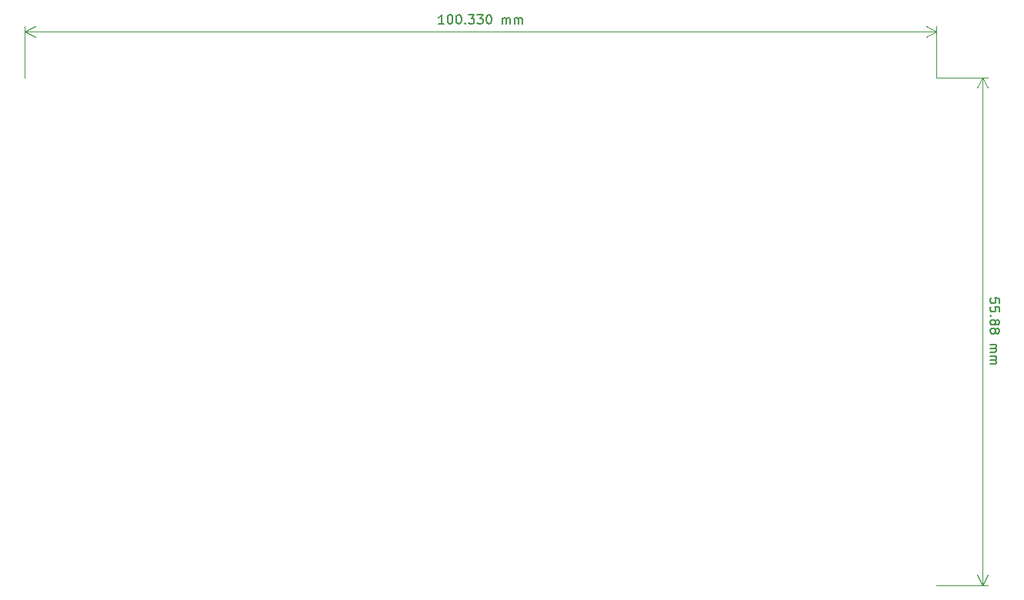
<source format=gbr>
G04 #@! TF.GenerationSoftware,KiCad,Pcbnew,5.1.5-52549c5~84~ubuntu18.04.1*
G04 #@! TF.CreationDate,2020-07-05T07:32:41-04:00*
G04 #@! TF.ProjectId,kosmo_proto,6b6f736d-6f5f-4707-926f-746f2e6b6963,rev?*
G04 #@! TF.SameCoordinates,Original*
G04 #@! TF.FileFunction,Legend,Bot*
G04 #@! TF.FilePolarity,Positive*
%FSLAX46Y46*%
G04 Gerber Fmt 4.6, Leading zero omitted, Abs format (unit mm)*
G04 Created by KiCad (PCBNEW 5.1.5-52549c5~84~ubuntu18.04.1) date 2020-07-05 07:32:41*
%MOMM*%
%LPD*%
G04 APERTURE LIST*
%ADD10C,0.150000*%
%ADD11C,0.120000*%
G04 APERTURE END LIST*
D10*
X91837380Y-47442380D02*
X91265952Y-47442380D01*
X91551666Y-47442380D02*
X91551666Y-46442380D01*
X91456428Y-46585238D01*
X91361190Y-46680476D01*
X91265952Y-46728095D01*
X92456428Y-46442380D02*
X92551666Y-46442380D01*
X92646904Y-46490000D01*
X92694523Y-46537619D01*
X92742142Y-46632857D01*
X92789761Y-46823333D01*
X92789761Y-47061428D01*
X92742142Y-47251904D01*
X92694523Y-47347142D01*
X92646904Y-47394761D01*
X92551666Y-47442380D01*
X92456428Y-47442380D01*
X92361190Y-47394761D01*
X92313571Y-47347142D01*
X92265952Y-47251904D01*
X92218333Y-47061428D01*
X92218333Y-46823333D01*
X92265952Y-46632857D01*
X92313571Y-46537619D01*
X92361190Y-46490000D01*
X92456428Y-46442380D01*
X93408809Y-46442380D02*
X93504047Y-46442380D01*
X93599285Y-46490000D01*
X93646904Y-46537619D01*
X93694523Y-46632857D01*
X93742142Y-46823333D01*
X93742142Y-47061428D01*
X93694523Y-47251904D01*
X93646904Y-47347142D01*
X93599285Y-47394761D01*
X93504047Y-47442380D01*
X93408809Y-47442380D01*
X93313571Y-47394761D01*
X93265952Y-47347142D01*
X93218333Y-47251904D01*
X93170714Y-47061428D01*
X93170714Y-46823333D01*
X93218333Y-46632857D01*
X93265952Y-46537619D01*
X93313571Y-46490000D01*
X93408809Y-46442380D01*
X94170714Y-47347142D02*
X94218333Y-47394761D01*
X94170714Y-47442380D01*
X94123095Y-47394761D01*
X94170714Y-47347142D01*
X94170714Y-47442380D01*
X94551666Y-46442380D02*
X95170714Y-46442380D01*
X94837380Y-46823333D01*
X94980238Y-46823333D01*
X95075476Y-46870952D01*
X95123095Y-46918571D01*
X95170714Y-47013809D01*
X95170714Y-47251904D01*
X95123095Y-47347142D01*
X95075476Y-47394761D01*
X94980238Y-47442380D01*
X94694523Y-47442380D01*
X94599285Y-47394761D01*
X94551666Y-47347142D01*
X95504047Y-46442380D02*
X96123095Y-46442380D01*
X95789761Y-46823333D01*
X95932619Y-46823333D01*
X96027857Y-46870952D01*
X96075476Y-46918571D01*
X96123095Y-47013809D01*
X96123095Y-47251904D01*
X96075476Y-47347142D01*
X96027857Y-47394761D01*
X95932619Y-47442380D01*
X95646904Y-47442380D01*
X95551666Y-47394761D01*
X95504047Y-47347142D01*
X96742142Y-46442380D02*
X96837380Y-46442380D01*
X96932619Y-46490000D01*
X96980238Y-46537619D01*
X97027857Y-46632857D01*
X97075476Y-46823333D01*
X97075476Y-47061428D01*
X97027857Y-47251904D01*
X96980238Y-47347142D01*
X96932619Y-47394761D01*
X96837380Y-47442380D01*
X96742142Y-47442380D01*
X96646904Y-47394761D01*
X96599285Y-47347142D01*
X96551666Y-47251904D01*
X96504047Y-47061428D01*
X96504047Y-46823333D01*
X96551666Y-46632857D01*
X96599285Y-46537619D01*
X96646904Y-46490000D01*
X96742142Y-46442380D01*
X98265952Y-47442380D02*
X98265952Y-46775714D01*
X98265952Y-46870952D02*
X98313571Y-46823333D01*
X98408809Y-46775714D01*
X98551666Y-46775714D01*
X98646904Y-46823333D01*
X98694523Y-46918571D01*
X98694523Y-47442380D01*
X98694523Y-46918571D02*
X98742142Y-46823333D01*
X98837380Y-46775714D01*
X98980238Y-46775714D01*
X99075476Y-46823333D01*
X99123095Y-46918571D01*
X99123095Y-47442380D01*
X99599285Y-47442380D02*
X99599285Y-46775714D01*
X99599285Y-46870952D02*
X99646904Y-46823333D01*
X99742142Y-46775714D01*
X99885000Y-46775714D01*
X99980238Y-46823333D01*
X100027857Y-46918571D01*
X100027857Y-47442380D01*
X100027857Y-46918571D02*
X100075476Y-46823333D01*
X100170714Y-46775714D01*
X100313571Y-46775714D01*
X100408809Y-46823333D01*
X100456428Y-46918571D01*
X100456428Y-47442380D01*
D11*
X45720000Y-48260000D02*
X146050000Y-48260000D01*
X45720000Y-53340000D02*
X45720000Y-47673579D01*
X146050000Y-53340000D02*
X146050000Y-47673579D01*
X146050000Y-48260000D02*
X144923496Y-48846421D01*
X146050000Y-48260000D02*
X144923496Y-47673579D01*
X45720000Y-48260000D02*
X46846504Y-48846421D01*
X45720000Y-48260000D02*
X46846504Y-47673579D01*
D10*
X152947619Y-78137142D02*
X152947619Y-77660952D01*
X152471428Y-77613333D01*
X152519047Y-77660952D01*
X152566666Y-77756190D01*
X152566666Y-77994285D01*
X152519047Y-78089523D01*
X152471428Y-78137142D01*
X152376190Y-78184761D01*
X152138095Y-78184761D01*
X152042857Y-78137142D01*
X151995238Y-78089523D01*
X151947619Y-77994285D01*
X151947619Y-77756190D01*
X151995238Y-77660952D01*
X152042857Y-77613333D01*
X152947619Y-79089523D02*
X152947619Y-78613333D01*
X152471428Y-78565714D01*
X152519047Y-78613333D01*
X152566666Y-78708571D01*
X152566666Y-78946666D01*
X152519047Y-79041904D01*
X152471428Y-79089523D01*
X152376190Y-79137142D01*
X152138095Y-79137142D01*
X152042857Y-79089523D01*
X151995238Y-79041904D01*
X151947619Y-78946666D01*
X151947619Y-78708571D01*
X151995238Y-78613333D01*
X152042857Y-78565714D01*
X152042857Y-79565714D02*
X151995238Y-79613333D01*
X151947619Y-79565714D01*
X151995238Y-79518095D01*
X152042857Y-79565714D01*
X151947619Y-79565714D01*
X152519047Y-80184761D02*
X152566666Y-80089523D01*
X152614285Y-80041904D01*
X152709523Y-79994285D01*
X152757142Y-79994285D01*
X152852380Y-80041904D01*
X152900000Y-80089523D01*
X152947619Y-80184761D01*
X152947619Y-80375238D01*
X152900000Y-80470476D01*
X152852380Y-80518095D01*
X152757142Y-80565714D01*
X152709523Y-80565714D01*
X152614285Y-80518095D01*
X152566666Y-80470476D01*
X152519047Y-80375238D01*
X152519047Y-80184761D01*
X152471428Y-80089523D01*
X152423809Y-80041904D01*
X152328571Y-79994285D01*
X152138095Y-79994285D01*
X152042857Y-80041904D01*
X151995238Y-80089523D01*
X151947619Y-80184761D01*
X151947619Y-80375238D01*
X151995238Y-80470476D01*
X152042857Y-80518095D01*
X152138095Y-80565714D01*
X152328571Y-80565714D01*
X152423809Y-80518095D01*
X152471428Y-80470476D01*
X152519047Y-80375238D01*
X152519047Y-81137142D02*
X152566666Y-81041904D01*
X152614285Y-80994285D01*
X152709523Y-80946666D01*
X152757142Y-80946666D01*
X152852380Y-80994285D01*
X152900000Y-81041904D01*
X152947619Y-81137142D01*
X152947619Y-81327619D01*
X152900000Y-81422857D01*
X152852380Y-81470476D01*
X152757142Y-81518095D01*
X152709523Y-81518095D01*
X152614285Y-81470476D01*
X152566666Y-81422857D01*
X152519047Y-81327619D01*
X152519047Y-81137142D01*
X152471428Y-81041904D01*
X152423809Y-80994285D01*
X152328571Y-80946666D01*
X152138095Y-80946666D01*
X152042857Y-80994285D01*
X151995238Y-81041904D01*
X151947619Y-81137142D01*
X151947619Y-81327619D01*
X151995238Y-81422857D01*
X152042857Y-81470476D01*
X152138095Y-81518095D01*
X152328571Y-81518095D01*
X152423809Y-81470476D01*
X152471428Y-81422857D01*
X152519047Y-81327619D01*
X151947619Y-82708571D02*
X152614285Y-82708571D01*
X152519047Y-82708571D02*
X152566666Y-82756190D01*
X152614285Y-82851428D01*
X152614285Y-82994285D01*
X152566666Y-83089523D01*
X152471428Y-83137142D01*
X151947619Y-83137142D01*
X152471428Y-83137142D02*
X152566666Y-83184761D01*
X152614285Y-83280000D01*
X152614285Y-83422857D01*
X152566666Y-83518095D01*
X152471428Y-83565714D01*
X151947619Y-83565714D01*
X151947619Y-84041904D02*
X152614285Y-84041904D01*
X152519047Y-84041904D02*
X152566666Y-84089523D01*
X152614285Y-84184761D01*
X152614285Y-84327619D01*
X152566666Y-84422857D01*
X152471428Y-84470476D01*
X151947619Y-84470476D01*
X152471428Y-84470476D02*
X152566666Y-84518095D01*
X152614285Y-84613333D01*
X152614285Y-84756190D01*
X152566666Y-84851428D01*
X152471428Y-84899047D01*
X151947619Y-84899047D01*
D11*
X151130000Y-53340000D02*
X151130000Y-109220000D01*
X146050000Y-53340000D02*
X151716421Y-53340000D01*
X146050000Y-109220000D02*
X151716421Y-109220000D01*
X151130000Y-109220000D02*
X150543579Y-108093496D01*
X151130000Y-109220000D02*
X151716421Y-108093496D01*
X151130000Y-53340000D02*
X150543579Y-54466504D01*
X151130000Y-53340000D02*
X151716421Y-54466504D01*
M02*

</source>
